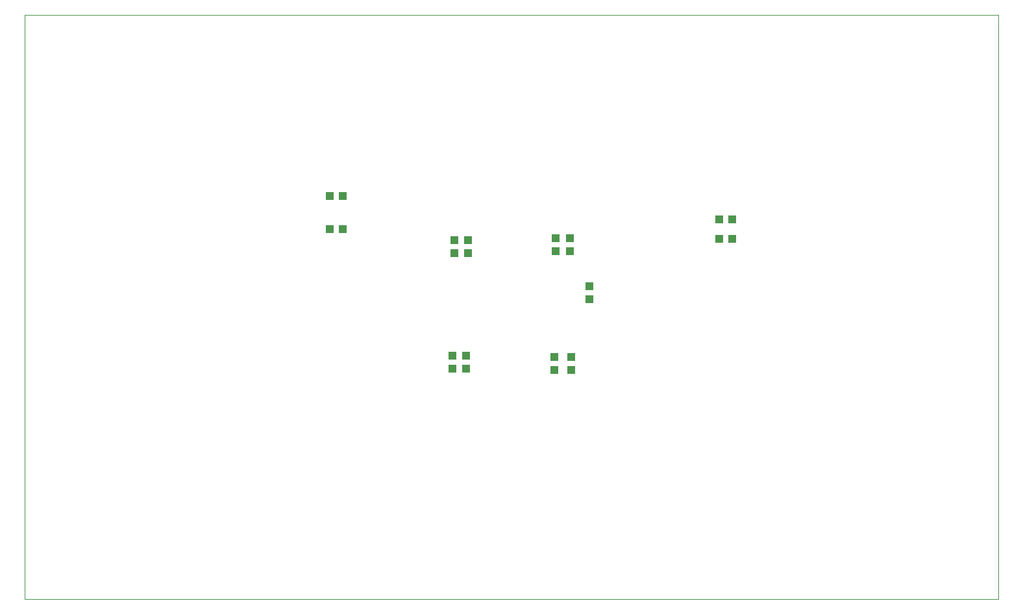
<source format=gbp>
G04 #@! TF.GenerationSoftware,KiCad,Pcbnew,(2018-01-07 revision 6cee19d37)-makepkg*
G04 #@! TF.CreationDate,2018-01-30T19:24:48-07:00*
G04 #@! TF.ProjectId,Copper Receiver Module,436F7070657220526563656976657220,0.1*
G04 #@! TF.SameCoordinates,Original*
G04 #@! TF.FileFunction,Paste,Bot*
G04 #@! TF.FilePolarity,Positive*
%FSLAX46Y46*%
G04 Gerber Fmt 4.6, Leading zero omitted, Abs format (unit mm)*
G04 Created by KiCad (PCBNEW (2018-01-07 revision 6cee19d37)-makepkg) date 01/30/18 19:24:48*
%MOMM*%
%LPD*%
G01*
G04 APERTURE LIST*
%ADD10C,0.100000*%
%ADD11R,1.000000X1.100000*%
%ADD12R,1.100000X1.000000*%
G04 APERTURE END LIST*
D10*
X190500000Y-50800000D02*
X63500000Y-50800000D01*
X190500000Y-127000000D02*
X190500000Y-50800000D01*
X63500000Y-127000000D02*
X190500000Y-127000000D01*
X63500000Y-50800000D02*
X63500000Y-127000000D01*
D11*
X121285000Y-80176000D03*
X121285000Y-81876000D03*
D12*
X103290000Y-78740000D03*
X104990000Y-78740000D03*
X103290000Y-74422000D03*
X104990000Y-74422000D03*
D11*
X119507000Y-80176000D03*
X119507000Y-81876000D03*
X119253000Y-95289000D03*
X119253000Y-96989000D03*
X121031000Y-95289000D03*
X121031000Y-96989000D03*
X132588000Y-97116000D03*
X132588000Y-95416000D03*
X134747000Y-97116000D03*
X134747000Y-95416000D03*
X132715000Y-81622000D03*
X132715000Y-79922000D03*
X134620000Y-81622000D03*
X134620000Y-79922000D03*
D12*
X154090000Y-80010000D03*
X155790000Y-80010000D03*
X154090000Y-77470000D03*
X155790000Y-77470000D03*
X137160000Y-87933000D03*
X137160000Y-86233000D03*
M02*

</source>
